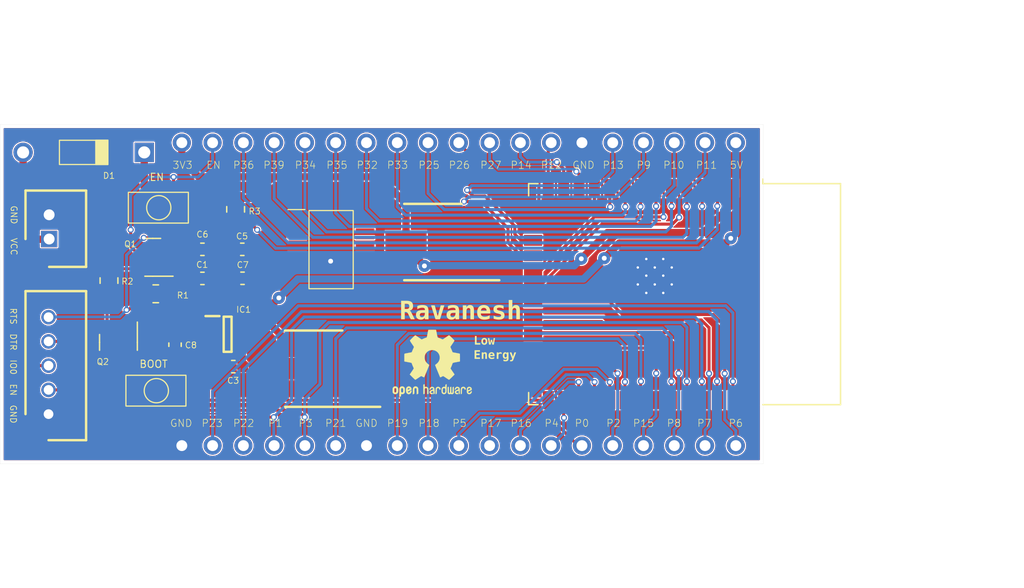
<source format=kicad_pcb>
(kicad_pcb (version 20221018) (generator pcbnew)
  (layers (0 "F.Cu" signal) (31 "B.Cu" signal) (34 "B.Paste" user) (35 "F.Paste" user) (36 "B.SilkS" user "B.Silkscreen") (37 "F.SilkS" user "F.Silkscreen") (38 "B.Mask" user) (39 "F.Mask" user) (44 "Edge.Cuts" user))
  (net 0 "")
  (net 1 "GND")
  (net 2 "Net-(IC1-ADJ{slash}BYP)")
  (net 3 "+5V")
  (net 4 "Net-(D1-Pad1)")
  (net 5 "BAT")
  (net 6 "+3V3")
  (net 13 "EN")
  (net 14 "GPIO36")
  (net 15 "GPIO39")
  (net 16 "GPIO34")
  (net 17 "GPIO35")
  (net 18 "GPIO32")
  (net 19 "GPIO33")
  (net 20 "GPIO25")
  (net 21 "GPIO26")
  (net 22 "GPIO27")
  (net 23 "GPIO14")
  (net 24 "GPIO12")
  (net 25 "GPIO13")
  (net 26 "GPIO9")
  (net 27 "GPIO10")
  (net 28 "GPIO11")
  (net 29 "GPIO6")
  (net 30 "GPIO7")
  (net 31 "GPIO8")
  (net 32 "GPIO15")
  (net 33 "GPIO2")
  (net 34 "GPIO0")
  (net 35 "GPIO4")
  (net 36 "GPIO16")
  (net 37 "GPIO17")
  (net 38 "GPIO5")
  (net 39 "GPIO18")
  (net 40 "GPIO19")
  (net 42 "GPIO21")
  (net 43 "GPIO3")
  (net 44 "GPIO1")
  (net 45 "GPIO22")
  (net 46 "GPIO23")
  (net 47 "DTR")
  (net 48 "RTS")
  (net 49 "Net-(Q1-B)")
  (net 50 "Net-(Q2-B)")
  (footprint "Capacitor_SMD:C_0603_1608Metric" (layer "F.Cu") (at 116.99 110.3)
    (fp_text reference "C5")
    (fp_text value "100nF" hide)
  )
  (footprint "Capacitor_SMD:C_0603_1608Metric" (layer "F.Cu") (at 117.01 112.69)
    (fp_text reference "C7")
    (fp_text value "100nF" hide)
  )
  (footprint "My_library_footprint:SPX3819M5-L-5-0_TR" (layer "F.Cu") (at 115.78 117.31)
    (fp_text reference "IC1")
    (fp_text value "SPX3819M5-L-5-0_TR" hide)
  )
  (footprint "My_library_footprint:CAPAE630X610N" (layer "F.Cu") (at 133.5 109.7 180)
    (fp_text reference "C2" hide)
    (fp_text value "10uF" hide)
  )
  (footprint "Symbol:OSHW-Logo2_7.3x6mm_SilkScreen" (layer "F.Cu") (at 132.66 119.7)
    (fp_text reference "REF**" hide)
    (fp_text value "OSHW-Logo2_7.3x6mm_SilkScreen" hide)
  )
  (footprint "Library_Ravani:SOIC-0,65-20 vias" (layer "F.Cu") (at 121.52 107.4)
    (fp_text reference "U1" hide)
    (fp_text value "TPS76733QPWPG4" hide)
  )
  (footprint "My_library_footprint:CAPAE630X610N" (layer "F.Cu") (at 123.67 120.15 180)
    (fp_text reference "C4" hide)
    (fp_text value "10uF" hide)
  )
  (footprint "Capacitor_SMD:C_0603_1608Metric" (layer "F.Cu") (at 113.7 110.3)
    (fp_text reference "C6")
    (fp_text value "100nF" hide)
  )
  (footprint "Resistor_SMD:R_0805_2012Metric" (layer "F.Cu") (at 116.44 107 -90)
    (fp_text reference "R3")
    (fp_text value "10K" hide)
  )
  (footprint "My_library_footprint:Pin_header_19vias_Corrigido" (layer "F.Cu") (at 112 101.5)
    (fp_text reference "J2" hide)
    (fp_text value "Conn_01x19_Socket" hide)
  )
  (footprint "My_library_footprint:Header_Shrouded_5vias" (layer "F.Cu") (at 101 123.9 -90)
    (fp_text reference "J5" hide)
    (fp_text value "440054-5" hide)
  )
  (footprint "My_library_footprint:Pin_header_19vias_Corrigido" (layer "F.Cu") (at 112 126.5)
    (fp_text reference "J3" hide)
    (fp_text value "Conn_01x19_Socket" hide)
  )
  (footprint "My_library_footprint:Diodo" (layer "F.Cu") (at 102.9 105.3)
    (fp_text reference "D1")
    (fp_text value "SB140-E3/54" hide)
  )
  (footprint "Capacitor_SMD:C_0603_1608Metric" (layer "F.Cu") (at 113.7 112.7 180)
    (fp_text reference "C1")
    (fp_text value "100nF" hide)
  )
  (footprint "My_library_footprint:Header_Shrouded_2vias" (layer "F.Cu") (at 101.05 109.45 -90)
    (fp_text reference "J1" hide)
    (fp_text value "Header_Shrouded_2vias" hide)
  )
  (footprint "Capacitor_SMD:C_0603_1608Metric" (layer "F.Cu") (at 111.44 118.17 90)
    (fp_text reference "C8")
    (fp_text value "100nF" hide)
  )
  (footprint "My_library_footprint:SW_SPST_CK_KXT3_editado" (layer "F.Cu") (at 111.397 109.405)
    (fp_text reference "SW2" hide)
    (fp_text value "SW_DPST_x2" hide)
  )
  (footprint "Resistor_SMD:R_0805_2012Metric" (layer "F.Cu") (at 105.99 112.88 90)
    (fp_text reference "R2")
    (fp_text value "4K7" hide)
  )
  (footprint "My_library_footprint:SW_SPST_CK_KXT3_editado" (layer "F.Cu") (at 111.197 124.505)
    (fp_text reference "SW1" hide)
    (fp_text value "SW_DPST_x2" hide)
  )
  (footprint "RF_Module:ESP32-WROOM-32D" (layer "F.Cu") (at 150.5 114 -90)
    (fp_text reference "U2" hide)
    (fp_text value "ESP32-WROOM-32D" hide)
  )
  (footprint "Package_TO_SOT_SMD:SOT-23" (layer "F.Cu") (at 106.77 117.98 -90)
    (fp_text reference "Q2")
    (fp_text value "BC817" hide)
  )
  (footprint "Package_TO_SOT_SMD:SOT-23" (layer "F.Cu") (at 109.6 110.96 180)
    (fp_text reference "Q1")
    (fp_text value "BC817" hide)
  )
  (footprint "Capacitor_SMD:C_0603_1608Metric" (layer "F.Cu") (at 116.25 119.98 180)
    (fp_text reference "C3")
    (fp_text value "10nF" hide)
  )
  (footprint "Resistor_SMD:R_0805_2012Metric" (layer "F.Cu") (at 109.85 113.97)
    (fp_text reference "R1")
    (fp_text value "4K7" hide)
  )
  (gr_rect (start 97 100) (end 160 128) (stroke (width 0.01)) (fill none) (layer "Edge.Cuts"))
  (gr_text "P16\n" (at 139.1 125) (layer "F.SilkS") (effects (font (size 0.6 0.6) (thickness 0.05)) (justify left bottom)))
  (gr_text "BOOT" (at 108.46 120.12) (layer "F.SilkS") (effects (font (size 0.6 0.6) (thickness 0.08)) (justify left bottom)))
  (gr_text "P1" (at 119.1 125) (layer "F.SilkS") (effects (font (size 0.6 0.6) (thickness 0.05)) (justify left bottom)))
  (gr_text "P25" (at 131.5 103.7) (layer "F.SilkS") (effects (font (size 0.6 0.6) (thickness 0.05)) (justify left bottom)))
  (gr_text "P23" (at 113.6 125) (layer "F.SilkS") (effects (font (size 0.6 0.6) (thickness 0.05)) (justify left bottom)))
  (gr_text "P14" (at 139.1 103.7) (layer "F.SilkS") (effects (font (size 0.6 0.6) (thickness 0.05)) (justify left bottom)))
  (gr_text "P34" (at 121.3 103.7) (layer "F.SilkS") (effects (font (size 0.6 0.6) (thickness 0.05)) (justify left bottom)))
  (gr_text "EN" (at 114 103.7) (layer "F.SilkS") (effects (font (size 0.6 0.6) (thickness 0.05)) (justify left bottom)))
  (gr_text "3V3" (at 111.2 103.7) (layer "F.SilkS") (effects (font (size 0.6 0.6) (thickness 0.05)) (justify left bottom)))
  (gr_text "EN" (at 109.3 104.7) (layer "F.SilkS") (effects (font (size 0.6 0.6) (thickness 0.08)) (justify left bottom)))
  (gr_text "P21" (at 123.8 125) (layer "F.SilkS") (effects (font (size 0.6 0.6) (thickness 0.05)) (justify left bottom)))
  (gr_text "P6\n" (at 157.1 125) (layer "F.SilkS") (effects (font (size 0.6 0.6) (thickness 0.05)) (justify left bottom)))
  (gr_text "P3\n" (at 121.6 125) (layer "F.SilkS") (effects (font (size 0.6 0.6) (thickness 0.05)) (justify left bottom)))
  (gr_text "RTS  DTR  IO0  EN  GND" (at 97.8 115.1 270) (layer "F.SilkS") (effects (font (size 0.5 0.5) (thickness 0.0625)) (justify left bottom)))
  (gr_text "P35" (at 123.9 103.7) (layer "F.SilkS") (effects (font (size 0.6 0.6) (thickness 0.05)) (justify left bottom)))
  (gr_text "P8\n" (at 152 125) (layer "F.SilkS") (effects (font (size 0.6 0.6) (thickness 0.05)) (justify left bottom)))
  (gr_text "P26" (at 134 103.7) (layer "F.SilkS") (effects (font (size 0.6 0.6) (thickness 0.05)) (justify left bottom)))
  (gr_text "P0\n" (at 144.4 125) (layer "F.SilkS") (effects (font (size 0.6 0.6) (thickness 0.05)) (justify left bottom)))
  (gr_text "P36" (at 116.2 103.7) (layer "F.SilkS") (effects (font (size 0.6 0.6) (thickness 0.05)) (justify left bottom)))
  (gr_text "P22" (at 116.2 125) (layer "F.SilkS") (effects (font (size 0.6 0.6) (thickness 0.05)) (justify left bottom)))
  (gr_text "P19" (at 128.9 125) (layer "F.SilkS") (effects (font (size 0.6 0.6) (thickness 0.05)) (justify left bottom)))
  (gr_text "P15\n" (at 149.2 125) (layer "F.SilkS") (effects (font (size 0.6 0.6) (thickness 0.05)) (justify left bottom)))
  (gr_text "P27" (at 136.6 103.7) (layer "F.SilkS") (effects (font (size 0.6 0.6) (thickness 0.05)) (justify left bottom)))
  (gr_text "P7\n" (at 154.5 125) (layer "F.SilkS") (effects (font (size 0.6 0.6) (thickness 0.05)) (justify left bottom)))
  (gr_text "P10" (at 151.7 103.7) (layer "F.SilkS") (effects (font (size 0.6 0.6) (thickness 0.05)) (justify left bottom)))
  (gr_text "P5\n" (at 134.3 125) (layer "F.SilkS") (effects (font (size 0.6 0.6) (thickness 0.05)) (justify left bottom)))
  (gr_text "P33" (at 128.9 103.7) (layer "F.SilkS") (effects (font (size 0.6 0.6) (thickness 0.05)) (justify left bottom)))
  (gr_text "GND   VCC " (at 97.85 106.65 270) (layer "F.SilkS") (effects (font (size 0.5 0.5) (thickness 0.0625)) (justify left bottom)))
  (gr_text "5V" (at 157.2 103.7) (layer "F.SilkS") (effects (font (size 0.6 0.6) (thickness 0.05)) (justify left bottom)))
  (gr_text "P4\n" (at 141.9 125) (layer "F.SilkS") (effects (font (size 0.6 0.6) (thickness 0.05)) (justify left bottom)))
  (gr_text "P9" (at 149.5 103.7) (layer "F.SilkS") (effects (font (size 0.6 0.6) (thickness 0.05)) (justify left bottom)))
  (gr_text "Low \nEnergy" (at 136.08 119.46) (layer "F.SilkS") (effects (font (size 0.7 0.7) (thickness 0.175) bold) (justify left bottom)))
  (gr_text "P17\n" (at 136.6 125) (layer "F.SilkS") (effects (font (size 0.6 0.6) (thickness 0.05)) (justify left bottom)))
  (gr_text "P11" (at 154.4 103.7) (layer "F.SilkS") (effects (font (size 0.6 0.6) (thickness 0.05)) (justify left bottom)))
  (gr_text "P13" (at 146.7 103.7) (layer "F.SilkS") (effects (font (size 0.6 0.6) (thickness 0.05)) (justify left bottom)))
  (gr_text "P32" (at 126.4 103.7) (layer "F.SilkS") (effects (font (size 0.6 0.6) (thickness 0.05)) (justify left bottom)))
  (gr_text "GND" (at 111 125) (layer "F.SilkS") (effects (font (size 0.6 0.6) (thickness 0.05)) (justify left bottom)))
  (gr_text "P39" (at 118.7 103.7) (layer "F.SilkS") (effects (font (size 0.6 0.6) (thickness 0.05)) (justify left bottom)))
  (gr_text "GND" (at 144.2 103.7) (layer "F.SilkS") (effects (font (size 0.6 0.6) (thickness 0.05)) (justify left bottom)))
  (gr_text "Ravanesh" (at 129.96 116.33) (layer "F.SilkS") (effects (font (size 1.5 1.5) (thickness 0.3) bold) (justify left bottom)))
  (gr_text "P2\n" (at 147 125) (layer "F.SilkS") (effects (font (size 0.6 0.6) (thickness 0.05)) (justify left bottom)))
  (gr_text "GND" (at 126.3 125) (layer "F.SilkS") (effects (font (size 0.6 0.6) (thickness 0.05)) (justify left bottom)))
  (gr_text "P12" (at 141.6 103.7) (layer "F.SilkS") (effects (font (size 0.6 0.6) (thickness 0.05)) (justify left bottom)))
  (gr_text "P18" (at 131.5 125) (layer "F.SilkS") (effects (font (size 0.6 0.6) (thickness 0.05)) (justify left bottom)))
  (segment (start 127.0585 112.6615) (end 127.0585 113.2355) (width 0.25) (layer "F.Cu") (net 1))
  (segment (start 121.52 112.647) (end 121.52 113.25) (width 0.25) (layer "F.Cu") (net 1))
  (segment (start 121.52 110) (end 124.02 110) (width 0.25) (layer "F.Cu") (net 1))
  (segment (start 158.75 105.25) (end 158.75 122.75) (width 0.762) (layer "F.Cu") (net 1))
  (segment (start 121.4585 107.4615) (end 121.4585 108.6855) (width 0.25) (layer "F.Cu") (net 1))
  (segment (start 127.0585 107.4615) (end 127.0585 108.0355) (width 0.25) (layer "F.Cu") (net 1))
  (segment (start 124.02 110) (end 124.32 110.3) (width 0.25) (layer "F.Cu") (net 1))
  (via (at 124.28 111.28) (size 1) (drill 0.4) (layers "F.Cu" "B.Cu") (net 1))
  (segment (start 117.03 119.975) (end 117.025 119.98) (width 0.25) (layer "F.Cu") (net 2))
  (segment (start 117.03 118.26) (end 117.03 119.975) (width 0.5) (layer "F.Cu") (net 2))
  (segment (start 156.91 109.78) (end 148.1145 109.78) (width 0.6) (layer "F.Cu") (net 3))
  (segment (start 148.1145 109.78) (end 146.86 111.0345) (width 0.6) (layer "F.Cu") (net 3))
  (segment (start 117.03 116.36) (end 119.17 116.36) (width 0.6) (layer "F.Cu") (net 3))
  (segment (start 119.17 116.36) (end 119.2 116.39) (width 0.25) (layer "F.Cu") (net 3))
  (segment (start 157.3 109.39) (end 156.91 109.78) (width 0.6) (layer "F.Cu") (net 3))
  (segment (start 119.2 116.39) (end 120.17 117.36) (width 0.6) (layer "F.Cu") (net 3))
  (segment (start 120.01 114.31) (end 117.96 116.36) (width 0.6) (layer "F.Cu") (net 3))
  (segment (start 120.17 117.36) (end 120.17 120.16) (width 0.6) (layer "F.Cu") (net 3))
  (via (at 146.86 111.0345) (size 1) (drill 0.4) (layers "F.Cu" "B.Cu") (net 3))
  (via (at 120.01 114.31) (size 1) (drill 0.4) (layers "F.Cu" "B.Cu") (net 3))
  (via (at 157.3 109.39) (size 1) (drill 0.4) (layers "F.Cu" "B.Cu") (net 3))
  (segment (start 120.01 114.31) (end 121.57 112.75) (width 0.6) (layer "B.Cu") (net 3))
  (segment (start 157.3 109.39) (end 157.72 108.97) (width 0.6) (layer "B.Cu") (net 3))
  (segment (start 145.1445 112.75) (end 146.86 111.0345) (width 0.6) (layer "B.Cu") (net 3))
  (segment (start 121.57 112.75) (end 145.1445 112.75) (width 0.6) (layer "B.Cu") (net 3))
  (segment (start 157.72 108.97) (end 157.72 101.5) (width 0.6) (layer "B.Cu") (net 3))
  (segment (start 98.9 108.84) (end 98.9 102.3) (width 0.6) (layer "F.Cu") (net 4))
  (segment (start 99.53 109.47) (end 101.03 109.47) (width 0.6) (layer "F.Cu") (net 4))
  (segment (start 98.9 108.84) (end 99.53 109.47) (width 0.6) (layer "F.Cu") (net 4))
  (segment (start 108.9 106.14) (end 111.2 108.44) (width 0.6) (layer "F.Cu") (net 5))
  (segment (start 114.475 109.035) (end 114.475 110.3) (width 0.6) (layer "F.Cu") (net 5))
  (segment (start 114.475 110.3) (end 114.475 112.7) (width 0.6) (layer "F.Cu") (net 5))
  (segment (start 113.43 116.36) (end 113.02 116.77) (width 0.6) (layer "F.Cu") (net 5))
  (segment (start 113.02 116.77) (end 113.02 117.99) (width 0.6) (layer "F.Cu") (net 5))
  (segment (start 118.23 114.34) (end 115.735 114.34) (width 0.6) (layer "F.Cu") (net 5))
  (segment (start 114.53 116.36) (end 113.43 116.36) (width 0.6) (layer "F.Cu") (net 5))
  (segment (start 114.475 112.7) (end 114.475 115.6) (width 0.6) (layer "F.Cu") (net 5))
  (segment (start 115.735 114.34) (end 114.475 115.6) (width 0.6) (layer "F.Cu") (net 5))
  (segment (start 120.4 110.97) (end 119.72 111.65) (width 0.6) (layer "F.Cu") (net 5))
  (segment (start 119.72 111.65) (end 119.72 112.85) (width 0.6) (layer "F.Cu") (net 5))
  (segment (start 113.02 117.99) (end 113.29 118.26) (width 0.6) (layer "F.Cu") (net 5))
  (segment (start 122 110.97) (end 120.4 110.97) (width 0.6) (layer "F.Cu") (net 5))
  (segment (start 108.9 102.3) (end 108.9 106.14) (width 0.6) (layer "F.Cu") (net 5))
  (segment (start 111.2 108.44) (end 113.88 108.44) (width 0.6) (layer "F.Cu") (net 5))
  (segment (start 113.29 118.26) (end 114.53 118.26) (width 0.6) (layer "F.Cu") (net 5))
  (segment (start 113.88 108.44) (end 114.475 109.035) (width 0.6) (layer "F.Cu") (net 5))
  (segment (start 114.475 115.6) (end 114.475 116.085) (width 0.6) (layer "F.Cu") (net 5))
  (segment (start 119.72 112.85) (end 118.23 114.34) (width 0.6) (layer "F.Cu") (net 5))
  (segment (start 155.060661 108.92) (end 157.48 106.500661) (width 0.6) (layer "F.Cu") (net 6))
  (segment (start 112 102.92) (end 112 101.5) (width 0.6) (layer "F.Cu") (net 6))
  (segment (start 126.5 111.95) (end 128.94 111.95) (width 0.25) (layer "F.Cu") (net 6))
  (segment (start 120.02 104.32) (end 128.28 104.32) (width 0.6) (layer "F.Cu") (net 6))
  (segment (start 126.5 111.3) (end 128.9 111.3) (width 0.25) (layer "F.Cu") (net 6))
  (segment (start 144.96801 111.07801) (end 147.12602 108.92) (width 0.6) (layer "F.Cu") (net 6))
  (segment (start 116.34 106.0875) (end 117.7425 106.0875) (width 0.6) (layer "F.Cu") (net 6))
  (segment (start 132.02 111.67) (end 130.5 110.15) (width 0.6) (layer "F.Cu") (net 6))
  (segment (start 120.02 104.32) (end 113.4 104.32) (width 0.6) (layer "F.Cu") (net 6))
  (segment (start 157.48 106.500661) (end 157.48 105.25) (width 0.6) (layer "F.Cu") (net 6))
  (segment (start 128.28 104.32) (end 130.5 106.54) (width 0.6) (layer "F.Cu") (net 6))
  (segment (start 130.5 110.39) (end 130.5 109.7) (width 0.25) (layer "F.Cu") (net 6))
  (segment (start 147.12602 108.92) (end 155.060661 108.92) (width 0.6) (layer "F.Cu") (net 6))
  (segment (start 113.4 104.32) (end 112 102.92) (width 0.6) (layer "F.Cu") (net 6))
  (segment (start 117.7425 106.0875) (end 119.51 104.32) (width 0.6) (layer "F.Cu") (net 6))
  (segment (start 130.5 110.15) (end 130.5 109.7) (width 0.25) (layer "F.Cu") (net 6))
  (segment (start 128.94 111.95) (end 130.5 110.39) (width 0.25) (layer "F.Cu") (net 6))
  (segment (start 130.5 106.54) (end 130.5 109.7) (width 0.6) (layer "F.Cu") (net 6))
  (segment (start 128.9 111.3) (end 130.5 109.7) (width 0.25) (layer "F.Cu") (net 6))
  (via (at 132.02 111.67) (size 1) (drill 0.4) (layers "F.Cu" "B.Cu") (net 6))
  (via (at 144.96801 111.07801) (size 1) (drill 0.4) (layers "F.Cu" "B.Cu") (net 6))
  (segment (start 144.96801 111.07801) (end 144.39602 111.65) (width 0.6) (layer "B.Cu") (net 6))
  (segment (start 144.39602 111.65) (end 132.04 111.65) (width 0.6) (layer "B.Cu") (net 6))
  (segment (start 132.04 111.65) (end 132.02 111.67) (width 0.6) (layer "B.Cu") (net 6))
  (segment (start 116.3375 107.91) (end 116.3375 110.1775) (width 0.25) (layer "F.Cu") (net 13))
  (segment (start 116.3375 110.1775) (end 116.215 110.3) (width 0.25) (layer "F.Cu") (net 13))
  (segment (start 156.21 105.25) (end 156.21 106.71) (width 0.25) (layer "F.Cu") (net 13))
  (segment (start 116.4375 107.91) (end 116.3375 107.91) (width 0.5) (layer "F.Cu") (net 13))
  (segment (start 116.3375 107.91) (end 116.34 107.9125) (width 0.25) (layer "F.Cu") (net 13))
  (segment (start 118.22 108.69) (end 117.46 107.93) (width 0.25) (layer "F.Cu") (net 13))
  (segment (start 112.283 106.723) (end 113.683 106.723) (width 0.25) (layer "F.Cu") (net 13))
  (segment (start 114.515 106.865) (end 115.5625 107.9125) (width 0.25) (layer "F.Cu") (net 13))
  (segment (start 111.32 105.76) (end 112.283 106.723) (width 0.25) (layer "F.Cu") (net 13))
  (segment (start 115.5625 107.9125) (end 116.44 107.9125) (width 0.25) (layer "F.Cu") (net 13))
  (segment (start 116.4575 107.93) (end 116.44 107.9125) (width 0.25) (layer "F.Cu") (net 13))
  (segment (start 117.46 107.93) (end 116.4575 107.93) (width 0.25) (layer "F.Cu") (net 13))
  (segment (start 116.215 112.67) (end 116.235 112.69) (width 0.25) (layer "F.Cu") (net 13))
  (segment (start 111.32 104.33) (end 111.32 105.76) (width 0.25) (layer "F.Cu") (net 13))
  (segment (start 116.44 107.9125) (end 116.4375 107.91) (width 0.5) (layer "F.Cu") (net 13))
  (segment (start 116.215 110.3) (end 116.215 112.67) (width 0.25) (layer "F.Cu") (net 13))
  (segment (start 107.78 108.69) (end 107.78 110.0775) (width 0.25) (layer "F.Cu") (net 13))
  (segment (start 113.683 106.865) (end 114.515 106.865) (width 0.25) (layer "F.Cu") (net 13))
  (segment (start 107.78 110.0775) (end 108.6625 110.96) (width 0.25) (layer "F.Cu") (net 13))
  (segment (start 156.21 106.71) (end 156.19 106.73) (width 0.25) (layer "F.Cu") (net 13))
  (via (at 118.22 108.69) (size 0.5) (drill 0.3) (layers "F.Cu" "B.Cu") (net 13))
  (via (at 107.78 108.69) (size 0.5) (drill 0.3) (layers "F.Cu" "B.Cu") (net 13))
  (via (at 156.19 106.73) (size 0.5) (drill 0.3) (layers "F.Cu" "B.Cu") (net 13))
  (via (at 111.32 104.33) (size 0.5) (drill 0.3) (layers "F.Cu" "B.Cu") (net 13))
  (segment (start 156.19 108.686396) (end 156.19 106.73) (width 0.25) (layer "B.Cu") (net 13))
  (segment (start 113.34 104.33) (end 114.54 103.13) (width 0.25) (layer "B.Cu") (net 13))
  (segment (start 154.666396 110.21) (end 156.19 108.686396) (width 0.25) (layer "B.Cu") (net 13))
  (segment (start 107.78 108.69) (end 107.78 105.83) (width 0.25) (layer "B.Cu") (net 13))
  (segment (start 114.54 103.13) (end 114.54 101.5) (width 0.25) (layer "B.Cu") (net 13))
  (segment (start 111.32 104.33) (end 113.34 104.33) (width 0.25) (layer "B.Cu") (net 13))
  (segment (start 118.22 108.69) (end 119.74 110.21) (width 0.25) (layer "B.Cu") (net 13))
  (segment (start 107.78 105.83) (end 109.28 104.33) (width 0.25) (layer "B.Cu") (net 13))
  (segment (start 119.74 110.21) (end 154.666396 110.21) (width 0.25) (layer "B.Cu") (net 13))
  (segment (start 109.28 104.33) (end 111.32 104.33) (width 0.25) (layer "B.Cu") (net 13))
  (segment (start 154.94 106.75) (end 154.94 105.25) (width 0.25) (layer "F.Cu") (net 14))
  (via (at 154.94 106.75) (size 0.5) (drill 0.3) (layers "F.Cu" "B.Cu") (net 14))
  (segment (start 120.77 109.76) (end 117.08 106.07) (width 0.25) (layer "B.Cu") (net 14))
  (segment (start 154.94 109.3) (end 154.48 109.76) (width 0.25) (layer "B.Cu") (net 14))
  (segment (start 154.94 106.75) (end 154.94 109.3) (width 0.25) (layer "B.Cu") (net 14))
  (segment (start 154.48 109.76) (end 120.77 109.76) (width 0.25) (layer "B.Cu") (net 14))
  (segment (start 117.08 106.07) (end 117.08 101.5) (width 0.25) (layer "B.Cu") (net 14))
  (segment (start 153.67 106.77) (end 153.67 105.25) (width 0.25) (layer "F.Cu") (net 15))
  (via (at 153.67 106.77) (size 0.5) (drill 0.3) (layers "F.Cu" "B.Cu") (net 15))
  (segment (start 153.67 109) (end 153.36 109.31) (width 0.25) (layer "B.Cu") (net 15))
  (segment (start 122.81 109.31) (end 119.62 106.12) (width 0.25) (layer "B.Cu") (net 15))
  (segment (start 119.62 106.12) (end 119.62 101.5) (width 0.25) (layer "B.Cu") (net 15))
  (segment (start 153.67 106.77) (end 153.67 109) (width 0.25) (layer "B.Cu") (net 15))
  (segment (start 153.36 109.31) (end 122.81 109.31) (width 0.25) (layer "B.Cu") (net 15))
  (segment (start 152.41 106.74) (end 152.41 105.26) (width 0.25) (layer "F.Cu") (net 16))
  (segment (start 152.41 105.26) (end 152.4 105.25) (width 0.25) (layer "F.Cu") (net 16))
  (via (at 152.41 106.74) (size 0.5) (drill 0.3) (layers "F.Cu" "B.Cu") (net 16))
  (segment (start 151.94 108.86) (end 123.93 108.86) (width 0.25) (layer "B.Cu") (net 16))
  (segment (start 122.16 107.09) (end 122.16 101.5) (width 0.25) (layer "B.Cu") (net 16))
  (segment (start 152.41 108.39) (end 151.94 108.86) (width 0.25) (layer "B.Cu") (net 16))
  (segment (start 152.41 106.74) (end 152.41 108.39) (width 0.25) (layer "B.Cu") (net 16))
  (segment (start 123.93 108.86) (end 122.16 107.09) (width 0.25) (layer "B.Cu") (net 16))
  (segment (start 151.13 105.25) (end 151.13 106.73) (width 0.25) (layer "F.Cu") (net 17))
  (segment (start 151.13 106.73) (end 151.14 106.74) (width 0.25) (layer "F.Cu") (net 17))
  (via (at 151.14 106.74) (size 0.5) (drill 0.3) (layers "F.Cu" "B.Cu") (net 17))
  (segment (start 125.81 108.41) (end 124.7 107.3) (width 0.25) (layer "B.Cu") (net 17))
  (segment (start 151.14 107.98) (end 150.71 108.41) (width 0.25) (layer "B.Cu") (net 17))
  (segment (start 151.14 106.74) (end 151.14 107.98) (width 0.25) (layer "B.Cu") (net 17))
  (segment (start 124.7 107.3) (end 124.7 101.5) (width 0.25) (layer "B.Cu") (net 17))
  (segment (start 150.71 108.41) (end 125.81 108.41) (width 0.25) (layer "B.Cu") (net 17))
  (segment (start 149.86 105.25) (end 149.86 106.77) (width 0.25) (layer "F.Cu") (net 18))
  (segment (start 149.86 106.77) (end 149.85 106.78) (width 0.25) (layer "F.Cu") (net 18))
  (via (at 149.85 106.78) (size 0.5) (drill 0.3) (layers "F.Cu" "B.Cu") (net 18))
  (segment (start 127.24 106.93) (end 127.24 101.5) (width 0.25) (layer "B.Cu") (net 18))
  (segment (start 149.85 107.57) (end 149.46 107.96) (width 0.25) (layer "B.Cu") (net 18))
  (segment (start 149.85 106.78) (end 149.85 107.57) (width 0.25) (layer "B.Cu") (net 18))
  (segment (start 128.27 107.96) (end 127.24 106.93) (width 0.25) (layer "B.Cu") (net 18))
  (segment (start 149.46 107.96) (end 128.27 107.96) (width 0.25) (layer "B.Cu") (net 18))
  (segment (start 148.59 106.77) (end 148.6 106.78) (width 0.25) (layer "F.Cu") (net 19))
  (segment (start 148.59 105.25) (end 148.59 106.77) (width 0.25) (layer "F.Cu") (net 19))
  (via (at 148.6 106.78) (size 0.5) (drill 0.3) (layers "F.Cu" "B.Cu") (net 19))
  (segment (start 130.48 107.48) (end 129.78 106.78) (width 0.25) (layer "B.Cu") (net 19))
  (segment (start 148.6 106.78) (end 148.6 107.23) (width 0.25) (layer "B.Cu") (net 19))
  (segment (start 148.6 107.23) (end 148.35 107.48) (width 0.25) (layer "B.Cu") (net 19))
  (segment (start 148.35 107.48) (end 130.48 107.48) (width 0.25) (layer "B.Cu") (net 19))
  (segment (start 129.78 106.78) (end 129.78 101.5) (width 0.25) (layer "B.Cu") (net 19))
  (segment (start 147.32 106.77) (end 147.35 106.8) (width 0.25) (layer "F.Cu") (net 20))
  (segment (start 147.32 105.25) (end 147.32 106.77) (width 0.25) (layer "F.Cu") (net 20))
  (via (at 147.35 106.8) (size 0.5) (drill 0.3) (layers "F.Cu" "B.Cu") (net 20))
  (segment (start 147.13 107.02) (end 133.66 107.02) (width 0.25) (layer "B.Cu") (net 20))
  (segment (start 132.32 105.68) (end 132.32 101.5) (width 0.25) (layer "B.Cu") (net 20))
  (segment (start 147.35 106.8) (end 147.13 107.02) (width 0.25) (layer "B.Cu") (net 20))
  (segment (start 133.66 107.02) (end 132.32 105.68) (width 0.25) (layer "B.Cu") (net 20))
  (segment (start 141.59 106.45) (end 141.465 106.325) (width 0.25) (layer "F.Cu") (net 21))
  (segment (start 134.86 101.57) (end 134.86 101.5) (width 0.25) (layer "F.Cu") (net 21))
  (segment (start 141.465 106.325) (end 141.465 104.845) (width 0.25) (layer "F.Cu") (net 21))
  (segment (start 141.465 104.845) (end 140.91 104.29) (width 0.25) (layer "F.Cu") (net 21))
  (segment (start 146.05 105.25) (end 146.05 106.25) (width 0.25) (layer "F.Cu") (net 21))
  (segment (start 140.91 104.29) (end 137.58 104.29) (width 0.25) (layer "F.Cu") (net 21))
  (segment (start 137.58 104.29) (end 134.86 101.57) (width 0.25) (layer "F.Cu") (net 21))
  (segment (start 146.05 106.25) (end 145.85 106.45) (width 0.25) (layer "F.Cu") (net 21))
  (segment (start 145.85 106.45) (end 141.59 106.45) (width 0.25) (layer "F.Cu") (net 21))
  (segment (start 144.56 103.88) (end 144.78 104.1) (width 0.25) (layer "F.Cu") (net 22))
  (segment (start 144.78 104.1) (end 144.78 105.25) (width 0.25) (layer "F.Cu") (net 22))
  (via (at 144.56 103.88) (size 0.5) (drill 0.3) (layers "F.Cu" "B.Cu") (net 22))
  (segment (start 138.14 103.68) (end 137.4 102.94) (width 0.25) (layer "B.Cu") (net 22))
  (segment (start 144.36 103.68) (end 138.14 103.68) (width 0.25) (layer "B.Cu") (net 22))
  (segment (start 137.4 102.94) (end 137.4 101.5) (width 0.25) (layer "B.Cu") (net 22))
  (segment (start 144.56 103.88) (end 144.36 103.68) (width 0.25) (layer "B.Cu") (net 22))
  (segment (start 143.51 103.6655) (end 143.51 105.25) (width 0.25) (layer "F.Cu") (net 23))
  (segment (start 142.95 103.1055) (end 143.51 103.6655) (width 0.25) (layer "F.Cu") (net 23))
  (via (at 142.95 103.1055) (size 0.5) (drill 0.3) (layers "F.Cu" "B.Cu") (net 23))
  (segment (start 140.38 103.1) (end 139.94 102.66) (width 0.25) (layer "B.Cu") (net 23))
  (segment (start 142.9445 103.1) (end 140.38 103.1) (width 0.25) (layer "B.Cu") (net 23))
  (segment (start 139.94 102.66) (end 139.94 101.5) (width 0.25) (layer "B.Cu") (net 23))
  (segment (start 142.95 103.1055) (end 142.9445 103.1) (width 0.25) (layer "B.Cu") (net 23))
  (segment (start 142.48 101.5) (end 142.24 101.74) (width 0.25) (layer "F.Cu") (net 24))
  (segment (start 142.24 101.74) (end 142.24 105.25) (width 0.25) (layer "F.Cu") (net 24))
  (segment (start 139.48 109.05) (end 139.99 109.56) (width 0.25) (layer "F.Cu") (net 25))
  (segment (start 139.48 108.38) (end 139.48 109.05) (width 0.25) (layer "F.Cu") (net 25))
  (segment (start 139.99 109.56) (end 140.99 109.56) (width 0.25) (layer "F.Cu") (net 25))
  (segment (start 135.549797 105.414308) (end 136.045489 105.91) (width 0.25) (layer "F.Cu") (net 25))
  (segment (start 136.045489 105.91) (end 137.01 105.91) (width 0.25) (layer "F.Cu") (net 25))
  (segment (start 137.01 105.91) (end 139.48 108.38) (width 0.25) (layer "F.Cu") (net 25))
  (via (at 135.549797 105.414308) (size 0.5) (drill 0.3) (layers "F.Cu" "B.Cu") (net 25))
  (segment (start 147.56 103.89) (end 147.56 101.5) (width 0.25) (layer "B.Cu") (net 25))
  (segment (start 146.4 105.05) (end 147.56 103.89) (width 0.25) (layer "B.Cu") (net 25))
  (segment (start 135.549797 105.414308) (end 135.914105 105.05) (width 0.25) (layer "B.Cu") (net 25))
  (segment (start 135.914105 105.05) (end 146.4 105.05) (width 0.25) (layer "B.Cu") (net 25))
  (segment (start 136.72 106.36) (end 138.92 108.56) (width 0.25) (layer "F.Cu") (net 26))
  (segment (start 138.92 108.56) (end 138.92 109.76) (width 0.25) (layer "F.Cu") (net 26))
  (segment (start 135.29 106.36) (end 136.72 106.36) (width 0.25) (layer "F.Cu") (net 26))
  (segment (start 139.99 110.83) (end 140.99 110.83) (width 0.25) (layer "F.Cu") (net 26))
  (segment (start 138.92 109.76) (end 139.99 110.83) (width 0.25) (layer "F.Cu") (net 26))
  (via (at 135.29 106.36) (size 0.5) (drill 0.3) (layers "F.Cu" "B.Cu") (net 26))
  (segment (start 135.675 105.975) (end 147.845 105.975) (width 0.25) (layer "B.Cu") (net 26))
  (segment (start 135.29 106.36) (end 135.675 105.975) (width 0.25) (layer "B.Cu") (net 26))
  (segment (start 150.1 103.72) (end 150.1 101.5) (width 0.25) (layer "B.Cu") (net 26))
  (segment (start 147.845 105.975) (end 150.1 103.72) (width 0.25) (layer "B.Cu") (net 26))
  (segment (start 140.99 112.1) (end 141.57 112.1) (width 0.25) (layer "F.Cu") (net 27))
  (segment (start 141.57 112.1) (end 146.04 107.63) (width 0.25) (layer "F.Cu") (net 27))
  (segment (start 146.04 107.63) (end 151.75 107.63) (width 0.25) (layer "F.Cu") (net 27))
  (via (at 151.75 107.63) (size 0.5) (drill 0.3) (layers "F.Cu" "B.Cu") (net 27))
  (segment (start 151.75 105.93) (end 152.64 105.04) (width 0.25) (layer "B.Cu") (net 27))
  (segment (start 151.75 107.63) (end 151.75 105.93) (width 0.25) (layer "B.Cu") (net 27))
  (segment (start 152.64 105.04) (end 152.64 101.5) (width 0.25) (layer "B.Cu") (net 27))
  (segment (start 141.51 113.37) (end 146.66 108.22) (width 0.25) (layer "F.Cu") (net 28))
  (segment (start 152.49 108.22) (end 153.04 107.67) (width 0.25) (layer "F.Cu") (net 28))
  (segment (start 140.99 113.37) (end 141.51 113.37) (width 0.25) (layer "F.Cu") (net 28))
  (segment (start 146.66 108.22) (end 152.49 108.22) (width 0.25) (layer "F.Cu") (net 28))
  (via (at 153.04 107.67) (size 0.5) (drill 0.3) (layers "F.Cu" "B.Cu") (net 28))
  (segment (start 155.18 103.98) (end 155.18 101.5) (width 0.25) (layer "B.Cu") (net 28))
  (segment (start 153.04 107.67) (end 153.04 106.12) (width 0.25) (layer "B.Cu") (net 28))
  (segment (start 153.04 106.12) (end 155.18 103.98) (width 0.25) (layer "B.Cu") (net 28))
  (segment (start 156.8 116.65) (end 155.83 115.68) (width 0.25) (layer "F.Cu") (net 29))
  (segment (start 148.36 115.68) (end 147.32 114.64) (width 0.25) (layer "F.Cu") (net 29))
  (segment (start 147.32 114.64) (end 140.99 114.64) (width 0.25) (layer "F.Cu") (net 29))
  (segment (start 156.8 120.55) (end 156.8 116.65) (width 0.25) (layer "F.Cu") (net 29))
  (segment (start 155.83 115.68) (end 148.36 115.68) (width 0.25) (layer "F.Cu") (net 29))
  (via (at 156.8 120.55) (size 0.5) (drill 0.3) (layers "F.Cu" "B.Cu") (net 29))
  (segment (start 157.72 125.27) (end 157.72 126.5) (width 0.25) (layer "B.Cu") (net 29))
  (segment (start 156.8 124.35) (end 157.72 125.27) (width 0.25) (layer "B.Cu") (net 29))
  (segment (start 156.8 120.55) (end 156.8 124.35) (width 0.25) (layer "B.Cu") (net 29))
  (segment (start 154.87 116.13) (end 147.02 116.13) (width 0.25) (layer "F.Cu") (net 30))
  (segment (start 147.02 116.13) (end 146.8 115.91) (width 0.25) (layer "F.Cu") (net 30))
  (segment (start 146.8 115.91) (end 140.99 115.91) (width 0.25) (layer "F.Cu") (net 30))
  (segment (start 155.51 120.55) (end 155.51 116.77) (width 0.25) (layer "F.Cu") (net 30))
  (segment (start 155.51 116.77) (end 154.87 116.13) (width 0.25) (layer "F.Cu") (net 30))
  (via (at 155.51 120.55) (size 0.5) (drill 0.3) (layers "F.Cu" "B.Cu") (net 30))
  (segment (start 155.51 124.89) (end 155.18 125.22) (width 0.25) (layer "B.Cu") (net 30))
  (segment (start 155.51 120.55) (end 155.51 124.89) (width 0.25) (layer "B.Cu") (net 30))
  (segment (start 155.18 125.22) (end 155.18 126.5) (width 0.25) (layer "B.Cu") (net 30))
  (segment (start 153 120.53) (end 153 117.97) (width 0.25) (layer "F.Cu") (net 31))
  (segment (start 153 117.97) (end 152.21 117.18) (width 0.25) (layer "F.Cu") (net 31))
  (segment (start 152.21 117.18) (end 140.99 117.18) (width 0.25) (layer "F.Cu") (net 31))
  (via (at 153 120.53) (size 0.5) (drill 0.3) (layers "F.Cu" "B.Cu") (net 31))
  (segment (start 152.61 126.47) (end 152.64 126.5) (width 0.25) (layer "B.Cu") (net 31))
  (segment (start 152.61 125.18) (end 152.61 126.47) (width 0.25) (layer "B.Cu") (net 31))
  (segment (start 153 124.79) (end 152.61 125.18) (width 0.25) (layer "B.Cu") (net 31))
  (segment (start 153 120.53) (end 153 124.79) (width 0.25) (layer "B.Cu") (net 31))
  (segment (start 150.58 118.45) (end 140.99 118.45) (width 0.25) (layer "F.Cu") (net 32))
  (segment (start 151.15 119.02) (end 150.58 118.45) (width 0.25) (layer "F.Cu") (net 32))
  (segment (start 151.15 120.53) (end 151.15 119.02) (width 0.25) (layer "F.Cu") (net 32))
  (via (at 151.15 120.53) (size 0.5) (drill 0.3) (layers "F.Cu" "B.Cu") (net 32))
  (segment (start 151.15 120.53) (end 151.13 120.55) (width 0.25) (layer "B.Cu") (net 32))
  (segment (start 151.13 120.55) (end 151.13 124.05) (width 0.25) (layer "B.Cu") (net 32))
  (segment (start 150.1 125.08) (end 150.1 126.5) (width 0.25) (layer "B.Cu") (net 32))
  (segment (start 151.13 124.05) (end 150.1 125.08) (width 0.25) (layer "B.Cu") (net 32))
  (segment (start 147.96 120.54) (end 147.14 119.72) (width 0.25) (layer "F.Cu") (net 33))
  (segment (start 147.14 119.72) (end 140.99 119.72) (width 0.25) (layer "F.Cu") (net 33))
  (via (at 147.96 120.54) (size 0.5) (drill 0.3) (layers "F.Cu" "B.Cu") (net 33))
  (segment (start 147.96 120.54) (end 147.97 120.55) (width 0.25) (layer "B.Cu") (net 33))
  (segment (start 147.97 120.55) (end 147.97 124.65) (width 0.25) (layer "B.Cu") (net 33))
  (segment (start 147.97 124.65) (end 147.56 125.06) (width 0.25) (layer "B.Cu") (net 33))
  (segment (start 147.56 125.06) (end 147.56 126.5) (width 0.25) (layer "B.Cu") (net 33))
  (segment (start 111.4125 118.9175) (end 111.44 118.945) (width 0.5) (layer "F.Cu") (net 34))
  (segment (start 144.7 126.5) (end 145.02 126.5) (width 0.25) (layer "F.Cu") (net 34))
  (segment (start 142.24 124.04) (end 144.7 126.5) (width 0.25) (layer "F.Cu") (net 34))
  (segment (start 106.77 118.9175) (end 111.4125 118.9175) (width 0.25) (layer "F.Cu") (net 34))
  (segment (start 111.44 118.945) (end 113.483 120.988) (width 0.25) (layer "F.Cu") (net 34))
  (segment (start 142.24 122.75) (end 114.268 122.75) (width 0.25) (layer "F.Cu") (net 34))
  (segment (start 142.24 122.75) (end 142.24 124.04) (width 0.25) (layer "F.Cu") (net 34))
  (segment (start 113.483 120.988) (end 113.483 121.965) (width 0.25) (layer "F.Cu") (net 34))
  (segment (start 114.268 122.75) (end 113.483 121.965) (width 0.25) (layer "F.Cu") (net 34))
  (segment (start 143.51 124.177534) (end 143.51 122.75) (width 0.25) (layer "F.Cu") (net 35))
  (segment (start 143.536233 124.203767) (end 143.51 124.177534) (width 0.25) (layer "F.Cu") (net 35))
  (via (at 143.536233 124.203767) (size 0.5) (drill 0.3) (layers "F.Cu" "B.Cu") (net 35))
  (segment (start 143.51 125.47) (end 142.48 126.5) (width 0.25) (layer "B.Cu") (net 35))
  (segment (start 143.51 124.23) (end 143.51 125.47) (width 0.25) (layer "B.Cu") (net 35))
  (segment (start 143.536233 124.203767) (end 143.51 124.23) (width 0.25) (layer "B.Cu") (net 35))
  (segment (start 144.75 121.25) (end 144.75 122.72) (width 0.25) (layer "F.Cu") (net 36))
  (segment (start 144.75 122.72) (end 144.78 122.75) (width 0.25) (layer "F.Cu") (net 36))
  (via (at 144.75 121.25) (size 0.5) (drill 0.3) (layers "F.Cu" "B.Cu") (net 36))
  (segment (start 139.94 125.22) (end 139.94 126.5) (width 0.25) (layer "B.Cu") (net 36))
  (segment (start 144.75 121.25) (end 143.91 121.25) (width 0.25) (layer "B.Cu") (net 36))
  (segment (start 143.91 121.25) (end 139.94 125.22) (width 0.25) (layer "B.Cu") (net 36))
  (segment (start 146.05 121.26) (end 146.05 122.75) (width 0.25) (layer "F.Cu") (net 37))
  (segment (start 146.06 121.25) (end 146.05 121.26) (width 0.25) (layer "F.Cu") (net 37))
  (via (at 146.06 121.25) (size 0.5) (drill 0.3) (layers "F.Cu" "B.Cu") (net 37))
  (segment (start 143.71 120.65) (end 140.08 124.28) (width 0.25) (layer "B.Cu") (net 37))
  (segment (start 145.46 120.65) (end 143.71 120.65) (width 0.25) (layer "B.Cu") (net 37))
  (segment (start 146.06 121.25) (end 145.46 120.65) (width 0.25) (layer "B.Cu") (net 37))
  (segment (start 137.99 124.28) (end 137.4 124.87) (width 0.25) (layer "B.Cu") (net 37))
  (segment (start 137.4 124.87) (end 137.4 126.5) (width 0.25) (layer "B.Cu") (net 37))
  (segment (start 140.08 124.28) (end 137.99 124.28) (width 0.25) (layer "B.Cu") (net 37))
  (segment (start 147.32 121.26) (end 147.32 122.75) (width 0.25) (layer "F.Cu") (net 38))
  (via (at 147.32 121.26) (size 0.5) (drill 0.3) (layers "F.Cu" "B.Cu") (net 38))
  (segment (start 143.523604 120.2) (end 139.893604 123.83) (width 0.25) (layer "B.Cu") (net 38))
  (segment (start 136.57 123.83) (end 134.86 125.54) (width 0.25) (layer "B.Cu") (net 38))
  (segment (start 139.893604 123.83) (end 136.57 123.83) (width 0.25) (layer "B.Cu") (net 38))
  (segment (start 147.32 121.26) (end 146.26 120.2) (width 0.25) (layer "B.Cu") (net 38))
  (segment (start 146.26 120.2) (end 143.523604 120.2) (width 0.25) (layer "B.Cu") (net 38))
  (segment (start 134.86 125.54) (end 134.86 126.5) (width 0.25) (layer "B.Cu") (net 38))
  (segment (start 148.57 122.73) (end 148.59 122.75) (width 0.25) (layer "F.Cu") (net 39))
  (segment (start 148.57 121.24) (end 148.57 122.73) (width 0.25) (layer "F.Cu") (net 39))
  (via (at 148.57 121.24) (size 0.5) (drill 0.3) (layers "F.Cu" "B.Cu") (net 39))
  (segment (start 148 117.69) (end 133.35 117.69) (width 0.25) (layer "B.Cu") (net 39))
  (segment (start 132.32 118.72) (end 132.32 126.5) (width 0.25) (layer "B.Cu") (net 39))
  (segment (start 148.57 121.24) (end 148.57 118.26) (width 0.25) (layer "B.Cu") (net 39))
  (segment (start 133.35 117.69) (end 132.32 118.72) (width 0.25) (layer "B.Cu") (net 39))
  (segment (start 148.57 118.26) (end 148 117.69) (width 0.25) (layer "B.Cu") (net 39))
  (segment (start 149.86 122.75) (end 149.86 121.23) (width 0.25) (layer "F.Cu") (net 40))
  (segment (start 149.86 121.23) (end 149.89 121.2) (width 0.25) (layer "F.Cu") (net 40))
  (via (at 149.89 121.2) (size 0.5) (drill 0.3) (layers "F.Cu" "B.Cu") (net 40))
  (segment (start 149.89 121.2) (end 149.89 117.74) (width 0.25) (layer "B.Cu") (net 40))
  (segment (start 149.89 117.74) (end 149.39 117.24) (width 0.25) (layer "B.Cu") (net 40))
  (segment (start 149.39 117.24) (end 130.73 117.24) (width 0.25) (layer "B.Cu") (net 40))
  (segment (start 130.73 117.24) (end 129.78 118.19) (width 0.25) (layer "B.Cu") (net 40))
  (segment (start 129.78 118.19) (end 129.78 126.5) (width 0.25) (layer "B.Cu") (net 40))
  (segment (start 152.4 122.75) (end 152.4 121.2) (width 0.25) (layer "F.Cu") (net 42))
  (via (at 152.4 121.2) (size 0.5) (drill 0.3) (layers "F.Cu" "B.Cu") (net 42))
  (segment (start 151.65 116.79) (end 125.59 116.79) (width 0.25) (layer "B.Cu") (net 42))
  (segment (start 152.4 121.2) (end 152.4 117.54) (width 0.25) (layer "B.Cu") (net 42))
  (segment (start 125.59 116.79) (end 124.7 117.68) (width 0.25) (layer "B.Cu") (net 42))
  (segment (start 124.7 117.68) (end 124.7 126.5) (width 0.25) (layer "B.Cu") (net 42))
  (segment (start 152.4 117.54) (end 151.65 116.79) (width 0.25) (layer "B.Cu") (net 42))
  (segment (start 121.57 123.58) (end 104.46 123.58) (width 0.25) (layer "F.Cu") (net 43))
  (segment (start 104.46 123.58) (end 102.78 121.9) (width 0.25) (layer "F.Cu") (net 43))
  (segment (start 122.14 124.15) (end 121.57 123.58) (width 0.25) (layer "F.Cu") (net 43))
  (segment (start 102.78 121.9) (end 101 121.9) (width 0.25) (layer "F.Cu") (net 43))
  (segment (start 153.68 122.74) (end 153.67 122.75) (width 0.25) (layer "F.Cu") (net 43))
  (segment (start 153.68 121.2) (end 153.68 122.74) (width 0.25) (layer "F.Cu") (net 43))
  (via (at 153.68 121.2) (size 0.5) (drill 0.3) (layers "F.Cu" "B.Cu") (net 43))
  (via (at 122.14 124.15) (size 0.5) (drill 0.3) (layers "F.Cu" "B.Cu") (net 43))
  (segment (start 123.4 117.06) (end 123.4 121.41) (width 0.25) (layer "B.Cu") (net 43))
  (segment (start 153.68 121.2) (end 153.68 116.75) (width 0.25) (layer "B.Cu") (net 43))
  (segment (start 122.14 124.15) (end 122.14 126.48) (width 0.25) (layer "B.Cu") (net 43))
  (segment (start 123.4 121.41) (end 122.14 122.67) (width 0.25) (layer "B.Cu") (net 43))
  (segment (start 122.14 122.67) (end 122.14 124.15) (width 0.25) (layer "B.Cu") (net 43))
  (segment (start 124.12 116.34) (end 123.4 117.06) (width 0.25) (layer "B.Cu") (net 43))
  (segment (start 122.14 126.48) (end 122.16 126.5) (width 0.25) (layer "B.Cu") (net 43))
  (segment (start 153.27 116.34) (end 124.12 116.34) (width 0.25) (layer "B.Cu") (net 43))
  (segment (start 153.68 116.75) (end 153.27 116.34) (width 0.25) (layer "B.Cu") (net 43))
  (segment (start 154.91 121.2) (end 154.91 122.72) (width 0.25) (layer "F.Cu") (net 44))
  (segment (start 105.85 124.15) (end 104.19 125.81) (width 0.25) (layer "F.Cu") (net 44))
  (segment (start 119.5855 124.15) (end 105.85 124.15) (width 0.25) (layer "F.Cu") (net 44))
  (segment (start 119.59 124.1545) (end 119.5855 124.15) (width 0.25) (layer "F.Cu") (net 44))
  (segment (start 104.19 125.81) (end 99.96 125.81) (width 0.25) (layer "F.Cu") (net 44))
  (segment (start 154.91 122.72) (end 154.94 122.75) (width 0.25) (layer "F.Cu") (net 44))
  (segment (start 99.39 125.24) (end 99.39 120.45) (width 0.25) (layer "F.Cu") (net 44))
  (segment (start 99.39 120.45) (end 99.94 119.9) (width 0.25) (layer "F.Cu") (net 44))
  (segment (start 99.96 125.81) (end 99.39 125.24) (width 0.25) (layer "F.Cu") (net 44))
  (segment (start 99.94 119.9) (end 101 119.9) (width 0.25) (layer "F.Cu") (net 44))
  (via (at 119.59 124.1545) (size 0.5) (drill 0.3) (layers "F.Cu" "B.Cu") (net 44))
  (via (at 154.91 121.2) (size 0.5) (drill 0.3) (layers "F.Cu" "B.Cu") (net 44))
  (segment (start 121.06 122.6845) (end 119.59 124.1545) (width 0.25) (layer "B.Cu") (net 44))
  (segment (start 154.91 116.46) (end 154.34 115.89) (width 0.25) (layer "B.Cu") (net 44))
  (segment (start 154.91 121.2) (end 154.91 116.46) (width 0.25) (layer "B.Cu") (net 44))
  (segment (start 122.09 115.89) (end 121.06 116.92) (width 0.25) (layer "B.Cu") (net 44))
  (segment (start 121.06 116.92) (end 121.06 122.6845) (width 0.25) (layer "B.Cu") (net 44))
  (segment (start 154.34 115.89) (end 122.09 115.89) (width 0.25) (layer "B.Cu") (net 44))
  (segment (start 119.59 124.1545) (end 119.59 126.47) (width 0.25) (layer "B.Cu") (net 44))
  (segment (start 119.59 126.47) (end 119.62 126.5) (width 0.25) (layer "B.Cu") (net 44))
  (segment (start 156.17 122.71) (end 156.21 122.75) (width 0.25) (layer "F.Cu") (net 45))
  (segment (start 156.17 121.2) (end 156.17 122.71) (width 0.25) (layer "F.Cu") (net 45))
  (via (at 156.17 121.2) (size 0.5) (drill 0.3) (layers "F.Cu" "B.Cu") (net 45))
  (segment (start 156.17 116.14) (end 155.47 115.44) (width 0.25) (layer "B.Cu") (net 45))
  (segment (start 121.88 115.44) (end 117.08 120.24) (width 0.25) (layer "B.Cu") (net 45))
  (segment (start 117.08 120.24) (end 117.08 126.5) (width 0.25) (layer "B.Cu") (net 45))
  (segment (start 155.47 115.44) (end 121.88 115.44) (width 0.25) (layer "B.Cu") (net 45))
  (segment (start 156.17 121.2) (end 156.17 116.14) (width 0.25) (layer "B.Cu") (net 45))
  (segment (start 157.48 121.2) (end 157.48 122.75) (width 0.25) (layer "F.Cu") (net 46))
  (via (at 157.48 121.2) (size 0.5) (drill 0.3) (layers "F.Cu" "B.Cu") (net 46))
  (segment (start 114.54 122.03) (end 114.54 126.5) (width 0.25) (layer "B.Cu") (net 46))
  (segment (start 157.48 121.2) (end 157.48 115.55) (width 0.25) (layer "B.Cu") (net 46))
  (segment (start 156.89 114.96) (end 121.61 114.96) (width 0.25) (layer "B.Cu") (net 46))
  (segment (start 157.48 115.55) (end 156.89 114.96) (width 0.25) (layer "B.Cu") (net 46))
  (segment (start 121.61 114.96) (end 114.54 122.03) (width 0.25) (layer "B.Cu") (net 46))
  (segment (start 105.83 113.7725) (end 105.83 117.0325) (width 0.25) (layer "F.Cu") (net 47))
  (segment (start 105.83 117.0325) (end 105.82 117.0425) (width 0.25) (layer "F.Cu") (net 47))
  (segment (start 101 117.9) (end 104.9625 117.9) (width 0.25) (layer "F.Cu") (net 47))
  (segment (start 104.9625 117.9) (end 105.82 117.0425) (width 0.25) (layer "F.Cu") (net 47))
  (segment (start 109.8775 109.35) (end 110.5375 110.01) (width 0.25) (layer "F.Cu") (net 48))
  (segment (start 108.86 109.35) (end 109.8775 109.35) (width 0.25) (layer "F.Cu") (net 48))
  (segment (start 107.6075 115.3) (end 108.9375 113.97) (width 0.25) (layer "F.Cu") (net 48))
  (segment (start 107.44 115.3) (end 107.6075 115.3) (width 0.25) (layer "F.Cu") (net 48))
  (via (at 107.44 115.3) (size 0.5) (drill 0.3) (layers "F.Cu" "B.Cu") (net 48))
  (via (at 108.86 109.35) (size 0.5) (drill 0.3) (layers "F.Cu" "B.Cu") (net 48))
  (segment (start 107.44 110.77) (end 108.86 109.35) (width 0.25) (layer "B.Cu") (net 48))
  (segment (start 101 115.9) (end 101.02 115.88) (width 0.5) (layer "B.Cu") (net 48))
  (segment (start 106.86 115.88) (end 107.44 115.3) (width 0.25) (layer "B.Cu") (net 48))
  (segment (start 101.02 115.88) (end 106.86 115.88) (width 0.25) (layer "B.Cu") (net 48))
  (segment (start 107.44 115.3) (end 107.44 110.77) (width 0.25) (layer "B.Cu") (net 48))
  (segment (start 110.5375 111.91) (end 105.8675 111.91) (width 0.25) (layer "F.Cu") (net 49))
  (segment (start 110.7625 115.6075) (end 110.7625 113.97) (width 0.25) (layer "F.Cu") (net 50))
  (segment (start 109.3275 117.0425) (end 110.7625 115.6075) (width 0.25) (layer "F.Cu") (net 50))
  (segment (start 107.72 117.0425) (end 109.3275 117.0425) (width 0.25) (layer "F.Cu") (net 50))
  (zone (net 6) (net_name "+3V3") (layer "F.Cu") (priority 2) (connect_pads yes (clearance 0.05)) (min_thickness 0.1) (fill yes (thermal_gap 0.05) (thermal_bridge_width 0.1) (smoothing chamfer))
    (polygon (pts (xy 128.17 111.26) (xy 128.17 111.96) (xy 128.88 111.96) (xy 130.44 110.44) (xy 129.59 110.43) (xy 128.93 111.27)))
  )
  (zone (net 1) (net_name "GND") (layers "F&B.Cu") (priority 1) (connect_pads yes (clearance 0.05)) (min_thickness 0.1) (fill yes (thermal_gap 0.05) (thermal_bridge_width 0.1) (smoothing chamfer))
    (polygon (pts (xy 97 100) (xy 97 128) (xy 160 128) (xy 160 100)))
  )
)
</source>
